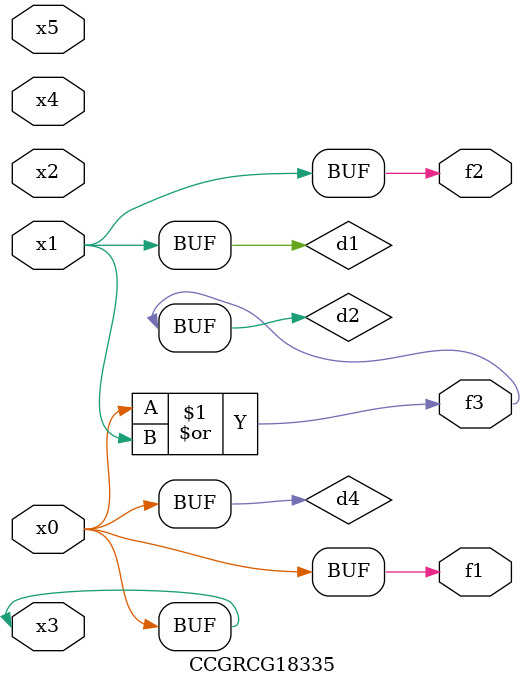
<source format=v>
module CCGRCG18335(
	input x0, x1, x2, x3, x4, x5,
	output f1, f2, f3
);

	wire d1, d2, d3, d4;

	and (d1, x1);
	or (d2, x0, x1);
	nand (d3, x0, x5);
	buf (d4, x0, x3);
	assign f1 = d4;
	assign f2 = d1;
	assign f3 = d2;
endmodule

</source>
